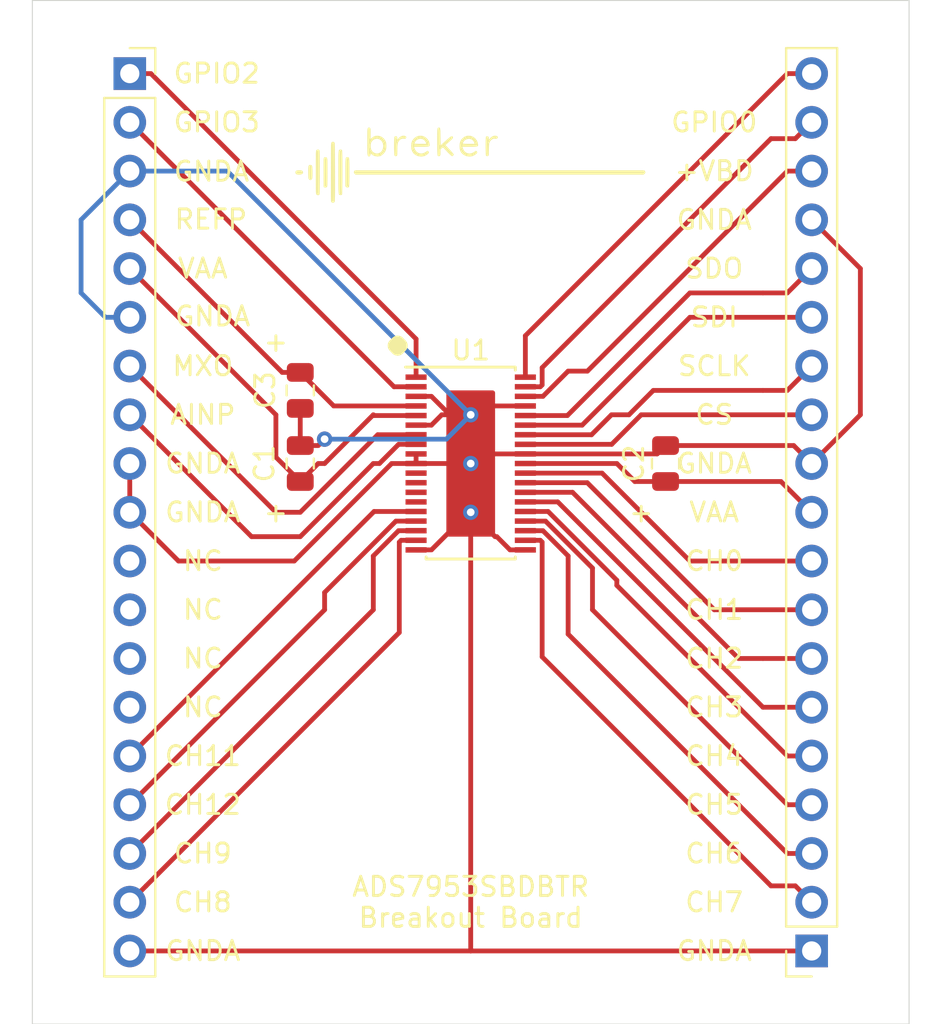
<source format=kicad_pcb>
(kicad_pcb (version 20171130) (host pcbnew "(5.1.5)-3")

  (general
    (thickness 1.6)
    (drawings 46)
    (tracks 175)
    (zones 0)
    (modules 7)
    (nets 35)
  )

  (page A4)
  (layers
    (0 F.Cu signal)
    (31 B.Cu signal)
    (32 B.Adhes user)
    (33 F.Adhes user)
    (34 B.Paste user)
    (35 F.Paste user)
    (36 B.SilkS user)
    (37 F.SilkS user)
    (38 B.Mask user)
    (39 F.Mask user)
    (40 Dwgs.User user)
    (41 Cmts.User user)
    (42 Eco1.User user)
    (43 Eco2.User user)
    (44 Edge.Cuts user)
    (45 Margin user)
    (46 B.CrtYd user)
    (47 F.CrtYd user)
    (48 B.Fab user)
    (49 F.Fab user)
  )

  (setup
    (last_trace_width 0.25)
    (trace_clearance 0.2)
    (zone_clearance 0.508)
    (zone_45_only no)
    (trace_min 0.2)
    (via_size 0.8)
    (via_drill 0.4)
    (via_min_size 0.4)
    (via_min_drill 0.3)
    (uvia_size 0.3)
    (uvia_drill 0.1)
    (uvias_allowed no)
    (uvia_min_size 0.2)
    (uvia_min_drill 0.1)
    (edge_width 0.05)
    (segment_width 0.2)
    (pcb_text_width 0.3)
    (pcb_text_size 1.5 1.5)
    (mod_edge_width 0.12)
    (mod_text_size 1 1)
    (mod_text_width 0.15)
    (pad_size 1.524 1.524)
    (pad_drill 0.762)
    (pad_to_mask_clearance 0.051)
    (solder_mask_min_width 0.25)
    (aux_axis_origin 0 0)
    (visible_elements 7FFFFFFF)
    (pcbplotparams
      (layerselection 0x010fc_ffffffff)
      (usegerberextensions false)
      (usegerberattributes false)
      (usegerberadvancedattributes false)
      (creategerberjobfile false)
      (excludeedgelayer true)
      (linewidth 0.100000)
      (plotframeref false)
      (viasonmask false)
      (mode 1)
      (useauxorigin false)
      (hpglpennumber 1)
      (hpglpenspeed 20)
      (hpglpendiameter 15.000000)
      (psnegative false)
      (psa4output false)
      (plotreference true)
      (plotvalue true)
      (plotinvisibletext false)
      (padsonsilk false)
      (subtractmaskfromsilk false)
      (outputformat 1)
      (mirror false)
      (drillshape 0)
      (scaleselection 1)
      (outputdirectory "gerbers/"))
  )

  (net 0 "")
  (net 1 GNDA)
  (net 2 VAA)
  (net 3 REFP)
  (net 4 CH8)
  (net 5 CH9)
  (net 6 CH10)
  (net 7 CH11)
  (net 8 "Net-(J1-Pad14)")
  (net 9 "Net-(J1-Pad13)")
  (net 10 "Net-(J1-Pad12)")
  (net 11 "Net-(J1-Pad11)")
  (net 12 AINP)
  (net 13 MXO)
  (net 14 GPIO3)
  (net 15 GPIO2)
  (net 16 GPIO1)
  (net 17 +VBD)
  (net 18 SDO)
  (net 19 SDI)
  (net 20 SCLK)
  (net 21 CS)
  (net 22 CH0)
  (net 23 CH1)
  (net 24 CH2)
  (net 25 CH3)
  (net 26 CH4)
  (net 27 CH5)
  (net 28 CH6)
  (net 29 CH7)
  (net 30 GPIO0)
  (net 31 "Net-(U1-Pad14)")
  (net 32 "Net-(U1-Pad13)")
  (net 33 "Net-(U1-Pad12)")
  (net 34 "Net-(U1-Pad11)")

  (net_class Default "This is the default net class."
    (clearance 0.2)
    (trace_width 0.25)
    (via_dia 0.8)
    (via_drill 0.4)
    (uvia_dia 0.3)
    (uvia_drill 0.1)
    (add_net +VBD)
    (add_net AINP)
    (add_net CH0)
    (add_net CH1)
    (add_net CH10)
    (add_net CH11)
    (add_net CH2)
    (add_net CH3)
    (add_net CH4)
    (add_net CH5)
    (add_net CH6)
    (add_net CH7)
    (add_net CH8)
    (add_net CH9)
    (add_net CS)
    (add_net GNDA)
    (add_net GPIO0)
    (add_net GPIO1)
    (add_net GPIO2)
    (add_net GPIO3)
    (add_net MXO)
    (add_net "Net-(J1-Pad11)")
    (add_net "Net-(J1-Pad12)")
    (add_net "Net-(J1-Pad13)")
    (add_net "Net-(J1-Pad14)")
    (add_net "Net-(U1-Pad11)")
    (add_net "Net-(U1-Pad12)")
    (add_net "Net-(U1-Pad13)")
    (add_net "Net-(U1-Pad14)")
    (add_net REFP)
    (add_net SCLK)
    (add_net SDI)
    (add_net SDO)
    (add_net VAA)
  )

  (module logo:logo (layer F.Cu) (tedit 0) (tstamp 603EC5E7)
    (at 160.02 82.55)
    (fp_text reference G*** (at 0 0) (layer F.SilkS) hide
      (effects (font (size 1.524 1.524) (thickness 0.3)))
    )
    (fp_text value LOGO (at 0.75 0) (layer F.SilkS) hide
      (effects (font (size 1.524 1.524) (thickness 0.3)))
    )
    (fp_poly (pts (xy 1.337674 -1.830842) (xy 1.392725 -1.800897) (xy 1.412069 -1.765896) (xy 1.396061 -1.724793)
      (xy 1.380003 -1.706575) (xy 1.350163 -1.684206) (xy 1.315637 -1.681333) (xy 1.27921 -1.689563)
      (xy 1.202104 -1.693207) (xy 1.125344 -1.665737) (xy 1.055152 -1.611846) (xy 0.997754 -1.536227)
      (xy 0.961077 -1.449704) (xy 0.954897 -1.410198) (xy 0.949662 -1.34249) (xy 0.945786 -1.25466)
      (xy 0.943685 -1.154789) (xy 0.943428 -1.105927) (xy 0.942211 -0.980965) (xy 0.938464 -0.890201)
      (xy 0.932042 -0.831626) (xy 0.922803 -0.803233) (xy 0.921657 -0.801915) (xy 0.88081 -0.782013)
      (xy 0.834733 -0.786163) (xy 0.800489 -0.812511) (xy 0.798924 -0.815236) (xy 0.792872 -0.845047)
      (xy 0.787854 -0.907969) (xy 0.783992 -1.000842) (xy 0.781404 -1.120503) (xy 0.780211 -1.263791)
      (xy 0.780143 -1.310536) (xy 0.78038 -1.458785) (xy 0.781519 -1.574714) (xy 0.784202 -1.662287)
      (xy 0.789073 -1.725468) (xy 0.796773 -1.768221) (xy 0.807946 -1.794512) (xy 0.823233 -1.808303)
      (xy 0.843277 -1.813559) (xy 0.861785 -1.814286) (xy 0.90735 -1.802771) (xy 0.933865 -1.765723)
      (xy 0.943781 -1.699381) (xy 0.94398 -1.688193) (xy 0.945499 -1.640494) (xy 0.950524 -1.624539)
      (xy 0.96106 -1.635817) (xy 0.964551 -1.641929) (xy 1.023842 -1.722538) (xy 1.099243 -1.785459)
      (xy 1.182914 -1.826724) (xy 1.267016 -1.842363) (xy 1.337674 -1.830842)) (layer F.SilkS) (width 0.01))
    (fp_poly (pts (xy -1.632571 -2.260219) (xy -1.614714 -2.250124) (xy -1.605934 -2.239252) (xy -1.598872 -2.216234)
      (xy -1.593212 -2.177011) (xy -1.588638 -2.117524) (xy -1.584832 -2.033716) (xy -1.581478 -1.921527)
      (xy -1.578429 -1.785334) (xy -1.569357 -1.337721) (xy -1.301331 -1.577168) (xy -1.206262 -1.661361)
      (xy -1.133652 -1.723596) (xy -1.07954 -1.766788) (xy -1.039968 -1.793853) (xy -1.010975 -1.807706)
      (xy -0.988601 -1.811263) (xy -0.983831 -1.810915) (xy -0.944924 -1.79754) (xy -0.92952 -1.762641)
      (xy -0.928788 -1.757096) (xy -0.930058 -1.734928) (xy -0.941621 -1.710005) (xy -0.967365 -1.677845)
      (xy -1.011178 -1.633963) (xy -1.076948 -1.573878) (xy -1.123342 -1.532782) (xy -1.323465 -1.356586)
      (xy -1.106233 -1.123603) (xy -1.035566 -1.046352) (xy -0.974509 -0.976818) (xy -0.927096 -0.919823)
      (xy -0.897362 -0.880192) (xy -0.889 -0.863892) (xy -0.904129 -0.825091) (xy -0.939479 -0.792258)
      (xy -0.976475 -0.779769) (xy -0.998369 -0.792283) (xy -1.040182 -0.827222) (xy -1.097274 -0.8803)
      (xy -1.165003 -0.94723) (xy -1.226482 -1.010764) (xy -1.446036 -1.242135) (xy -1.512232 -1.191644)
      (xy -1.578429 -1.141154) (xy -1.578429 -0.98242) (xy -1.580746 -0.892502) (xy -1.589217 -0.833011)
      (xy -1.606123 -0.798296) (xy -1.633745 -0.782705) (xy -1.660072 -0.780143) (xy -1.701706 -0.789968)
      (xy -1.719943 -0.801915) (xy -1.72589 -0.817973) (xy -1.730768 -0.854744) (xy -1.734649 -0.914635)
      (xy -1.737605 -1.000056) (xy -1.739709 -1.113415) (xy -1.741033 -1.257122) (xy -1.741649 -1.433587)
      (xy -1.741714 -1.52699) (xy -1.74165 -1.705332) (xy -1.741343 -1.850841) (xy -1.740627 -1.966967)
      (xy -1.739333 -2.057163) (xy -1.737295 -2.124881) (xy -1.734344 -2.173573) (xy -1.730312 -2.20669)
      (xy -1.725032 -2.227685) (xy -1.718336 -2.240008) (xy -1.710056 -2.247113) (xy -1.706622 -2.249076)
      (xy -1.665327 -2.265793) (xy -1.632571 -2.260219)) (layer F.SilkS) (width 0.01))
    (fp_poly (pts (xy -3.433897 -1.830842) (xy -3.378846 -1.800897) (xy -3.359502 -1.765896) (xy -3.375511 -1.724793)
      (xy -3.391568 -1.706575) (xy -3.421408 -1.684206) (xy -3.455934 -1.681333) (xy -3.492361 -1.689563)
      (xy -3.569467 -1.693207) (xy -3.646228 -1.665737) (xy -3.716419 -1.611846) (xy -3.773818 -1.536227)
      (xy -3.810495 -1.449704) (xy -3.816674 -1.410198) (xy -3.821909 -1.34249) (xy -3.825785 -1.25466)
      (xy -3.827886 -1.154789) (xy -3.828143 -1.105927) (xy -3.82936 -0.980965) (xy -3.833108 -0.890201)
      (xy -3.839529 -0.831626) (xy -3.848769 -0.803233) (xy -3.849914 -0.801915) (xy -3.890761 -0.782013)
      (xy -3.936839 -0.786163) (xy -3.971082 -0.812511) (xy -3.972648 -0.815236) (xy -3.9787 -0.845047)
      (xy -3.983717 -0.907969) (xy -3.987579 -1.000842) (xy -3.990167 -1.120503) (xy -3.991361 -1.263791)
      (xy -3.991429 -1.310536) (xy -3.991192 -1.458785) (xy -3.990053 -1.574714) (xy -3.987369 -1.662287)
      (xy -3.982499 -1.725468) (xy -3.974798 -1.768221) (xy -3.963626 -1.794512) (xy -3.948339 -1.808303)
      (xy -3.928295 -1.813559) (xy -3.909786 -1.814286) (xy -3.864221 -1.802771) (xy -3.837706 -1.765723)
      (xy -3.82779 -1.699381) (xy -3.827591 -1.688193) (xy -3.826072 -1.640494) (xy -3.821047 -1.624539)
      (xy -3.810511 -1.635817) (xy -3.80702 -1.641929) (xy -3.747729 -1.722538) (xy -3.672329 -1.785459)
      (xy -3.588657 -1.826724) (xy -3.504556 -1.842363) (xy -3.433897 -1.830842)) (layer F.SilkS) (width 0.01))
    (fp_poly (pts (xy 0.02793 -1.822535) (xy 0.141185 -1.772783) (xy 0.240787 -1.689416) (xy 0.245538 -1.684222)
      (xy 0.310529 -1.59897) (xy 0.350812 -1.509257) (xy 0.371824 -1.413526) (xy 0.377485 -1.369151)
      (xy 0.376899 -1.335017) (xy 0.366062 -1.309781) (xy 0.34097 -1.292098) (xy 0.297619 -1.280626)
      (xy 0.232005 -1.274023) (xy 0.140125 -1.270945) (xy 0.017975 -1.270049) (xy -0.05607 -1.27)
      (xy -0.43612 -1.27) (xy -0.424436 -1.220107) (xy -0.383511 -1.1104) (xy -0.319083 -1.019974)
      (xy -0.236173 -0.954589) (xy -0.168318 -0.926377) (xy -0.073629 -0.909575) (xy 0.013922 -0.916851)
      (xy 0.103765 -0.950252) (xy 0.196011 -1.005449) (xy 0.274093 -1.058399) (xy 0.311225 -1.021267)
      (xy 0.335987 -0.988354) (xy 0.33359 -0.957647) (xy 0.32812 -0.946324) (xy 0.295746 -0.908161)
      (xy 0.241021 -0.864085) (xy 0.175192 -0.82189) (xy 0.109504 -0.789372) (xy 0.092542 -0.783021)
      (xy 0.015916 -0.767602) (xy -0.077555 -0.763724) (xy -0.170388 -0.771174) (xy -0.237993 -0.787048)
      (xy -0.362971 -0.846174) (xy -0.458587 -0.924555) (xy -0.525787 -1.023753) (xy -0.565512 -1.14533)
      (xy -0.578708 -1.290849) (xy -0.577191 -1.34853) (xy -0.565788 -1.437822) (xy -0.416987 -1.437822)
      (xy -0.408208 -1.429109) (xy -0.379074 -1.422764) (xy -0.325786 -1.418511) (xy -0.244542 -1.41607)
      (xy -0.131543 -1.415164) (xy -0.106589 -1.415143) (xy 0.204107 -1.415143) (xy 0.192445 -1.473451)
      (xy 0.163364 -1.541019) (xy 0.109153 -1.605135) (xy 0.040073 -1.654344) (xy 0.023261 -1.662306)
      (xy -0.071349 -1.684882) (xy -0.169116 -1.67764) (xy -0.260774 -1.643577) (xy -0.33706 -1.585693)
      (xy -0.376091 -1.533072) (xy -0.400743 -1.484449) (xy -0.415323 -1.446907) (xy -0.416987 -1.437822)
      (xy -0.565788 -1.437822) (xy -0.561111 -1.474435) (xy -0.524804 -1.577042) (xy -0.464025 -1.66563)
      (xy -0.405692 -1.723353) (xy -0.311247 -1.790604) (xy -0.211057 -1.827535) (xy -0.098934 -1.838651)
      (xy 0.02793 -1.822535)) (layer F.SilkS) (width 0.01))
    (fp_poly (pts (xy -2.493927 -1.822535) (xy -2.380672 -1.772783) (xy -2.28107 -1.689416) (xy -2.276319 -1.684222)
      (xy -2.211328 -1.59897) (xy -2.171045 -1.509257) (xy -2.150033 -1.413526) (xy -2.144372 -1.369151)
      (xy -2.144958 -1.335017) (xy -2.155795 -1.309781) (xy -2.180888 -1.292098) (xy -2.224239 -1.280626)
      (xy -2.289852 -1.274023) (xy -2.381732 -1.270945) (xy -2.503882 -1.270049) (xy -2.577928 -1.27)
      (xy -2.957977 -1.27) (xy -2.946293 -1.220107) (xy -2.905368 -1.1104) (xy -2.84094 -1.019974)
      (xy -2.75803 -0.954589) (xy -2.690175 -0.926377) (xy -2.595486 -0.909575) (xy -2.507935 -0.916851)
      (xy -2.418093 -0.950252) (xy -2.325846 -1.005449) (xy -2.247764 -1.058399) (xy -2.210632 -1.021267)
      (xy -2.18587 -0.988354) (xy -2.188267 -0.957647) (xy -2.193737 -0.946324) (xy -2.226111 -0.908161)
      (xy -2.280836 -0.864085) (xy -2.346665 -0.82189) (xy -2.412354 -0.789372) (xy -2.429315 -0.783021)
      (xy -2.505941 -0.767602) (xy -2.599412 -0.763724) (xy -2.692245 -0.771174) (xy -2.75985 -0.787048)
      (xy -2.884828 -0.846174) (xy -2.980445 -0.924555) (xy -3.047644 -1.023753) (xy -3.087369 -1.14533)
      (xy -3.100565 -1.290849) (xy -3.099048 -1.34853) (xy -3.087645 -1.437822) (xy -2.938845 -1.437822)
      (xy -2.930065 -1.429109) (xy -2.900932 -1.422764) (xy -2.847643 -1.418511) (xy -2.766399 -1.41607)
      (xy -2.6534 -1.415164) (xy -2.628447 -1.415143) (xy -2.31775 -1.415143) (xy -2.329412 -1.473451)
      (xy -2.358493 -1.541019) (xy -2.412704 -1.605135) (xy -2.481785 -1.654344) (xy -2.498596 -1.662306)
      (xy -2.593206 -1.684882) (xy -2.690973 -1.67764) (xy -2.782631 -1.643577) (xy -2.858917 -1.585693)
      (xy -2.897949 -1.533072) (xy -2.922601 -1.484449) (xy -2.93718 -1.446907) (xy -2.938845 -1.437822)
      (xy -3.087645 -1.437822) (xy -3.082968 -1.474435) (xy -3.046662 -1.577042) (xy -2.985883 -1.66563)
      (xy -2.927549 -1.723353) (xy -2.833104 -1.790604) (xy -2.732914 -1.827535) (xy -2.620791 -1.838651)
      (xy -2.493927 -1.822535)) (layer F.SilkS) (width 0.01))
    (fp_poly (pts (xy -5.288122 -2.261966) (xy -5.260236 -2.249076) (xy -5.246923 -2.239418) (xy -5.237466 -2.22324)
      (xy -5.231214 -2.194912) (xy -5.227514 -2.148806) (xy -5.225714 -2.079296) (xy -5.225163 -1.980752)
      (xy -5.225143 -1.94616) (xy -5.225143 -1.662025) (xy -5.166179 -1.717981) (xy -5.078959 -1.786521)
      (xy -4.988971 -1.824831) (xy -4.884164 -1.837759) (xy -4.868204 -1.837824) (xy -4.739866 -1.820318)
      (xy -4.627301 -1.770492) (xy -4.532053 -1.689403) (xy -4.455664 -1.578109) (xy -4.438493 -1.543065)
      (xy -4.410658 -1.449958) (xy -4.399083 -1.338001) (xy -4.403621 -1.22071) (xy -4.424126 -1.111599)
      (xy -4.443763 -1.056288) (xy -4.490636 -0.976963) (xy -4.556156 -0.900147) (xy -4.630765 -0.834973)
      (xy -4.704908 -0.79057) (xy -4.732213 -0.780693) (xy -4.854877 -0.763678) (xy -4.976782 -0.778036)
      (xy -5.089288 -0.821744) (xy -5.17525 -0.884393) (xy -5.225143 -0.932075) (xy -5.225143 -0.875548)
      (xy -5.236597 -0.820803) (xy -5.265587 -0.779155) (xy -5.304059 -0.762016) (xy -5.30527 -0.762)
      (xy -5.33443 -0.774371) (xy -5.358403 -0.795179) (xy -5.366147 -0.806759) (xy -5.37245 -0.825019)
      (xy -5.377457 -0.85346) (xy -5.381313 -0.895584) (xy -5.384162 -0.954891) (xy -5.386151 -1.034882)
      (xy -5.387425 -1.139059) (xy -5.388127 -1.270923) (xy -5.388255 -1.346746) (xy -5.220633 -1.346746)
      (xy -5.217117 -1.213595) (xy -5.185749 -1.103583) (xy -5.126383 -1.016421) (xy -5.038872 -0.951817)
      (xy -5.017251 -0.941246) (xy -4.928271 -0.91234) (xy -4.845833 -0.913303) (xy -4.776189 -0.935049)
      (xy -4.699204 -0.976226) (xy -4.643797 -1.030974) (xy -4.604806 -1.095422) (xy -4.566982 -1.203676)
      (xy -4.557019 -1.318265) (xy -4.574065 -1.429818) (xy -4.617267 -1.528964) (xy -4.648028 -1.570522)
      (xy -4.720899 -1.638293) (xy -4.797845 -1.675506) (xy -4.889608 -1.687272) (xy -4.893418 -1.687286)
      (xy -4.998982 -1.671053) (xy -5.08888 -1.622163) (xy -5.159415 -1.546409) (xy -5.19083 -1.493956)
      (xy -5.20929 -1.437835) (xy -5.219369 -1.363127) (xy -5.220633 -1.346746) (xy -5.388255 -1.346746)
      (xy -5.388404 -1.433975) (xy -5.388429 -1.519597) (xy -5.388279 -1.698719) (xy -5.38774 -1.844991)
      (xy -5.386676 -1.961844) (xy -5.384949 -2.052714) (xy -5.382425 -2.121034) (xy -5.378968 -2.170237)
      (xy -5.37444 -2.203758) (xy -5.368707 -2.225029) (xy -5.361632 -2.237485) (xy -5.359919 -2.239347)
      (xy -5.325043 -2.264267) (xy -5.288122 -2.261966)) (layer F.SilkS) (width 0.01))
    (fp_poly (pts (xy 9.079471 0.004037) (xy 9.103914 0.051182) (xy 9.099416 0.090992) (xy 9.064493 0.13558)
      (xy 9.063182 0.136896) (xy 9.018649 0.181428) (xy -6.006935 0.181428) (xy -6.051468 0.136896)
      (xy -6.087193 0.092026) (xy -6.092453 0.052244) (xy -6.068735 0.005439) (xy -6.067757 0.004037)
      (xy -6.039514 -0.036286) (xy 9.051228 -0.036286) (xy 9.079471 0.004037)) (layer F.SilkS) (width 0.01))
    (fp_poly (pts (xy -8.86728 -0.035092) (xy -8.822045 -0.030011) (xy -8.794515 -0.018798) (xy -8.77542 0.000795)
      (xy -8.7731 0.004037) (xy -8.748719 0.061034) (xy -8.757253 0.110327) (xy -8.795611 0.148703)
      (xy -8.860702 0.172947) (xy -8.94234 0.179996) (xy -9.003782 0.177535) (xy -9.052719 0.172742)
      (xy -9.071429 0.168838) (xy -9.117326 0.136377) (xy -9.140192 0.087525) (xy -9.137276 0.034499)
      (xy -9.110822 -0.00626) (xy -9.080302 -0.023348) (xy -9.030645 -0.032881) (xy -8.95402 -0.036232)
      (xy -8.939493 -0.036286) (xy -8.86728 -0.035092)) (layer F.SilkS) (width 0.01))
    (fp_poly (pts (xy -8.328201 -0.314399) (xy -8.301264 -0.302176) (xy -8.281847 -0.276454) (xy -8.268745 -0.232858)
      (xy -8.260759 -0.167009) (xy -8.256685 -0.074531) (xy -8.255321 0.048952) (xy -8.255268 0.077932)
      (xy -8.255342 0.189739) (xy -8.256287 0.27114) (xy -8.258849 0.328013) (xy -8.263772 0.366238)
      (xy -8.271802 0.391693) (xy -8.283683 0.410257) (xy -8.299533 0.427182) (xy -8.339006 0.461467)
      (xy -8.369836 0.468318) (xy -8.405768 0.448853) (xy -8.420812 0.437069) (xy -8.43632 0.423171)
      (xy -8.447655 0.406616) (xy -8.455583 0.381801) (xy -8.460868 0.343121) (xy -8.464278 0.284972)
      (xy -8.466576 0.20175) (xy -8.468531 0.08785) (xy -8.468531 0.087819) (xy -8.46978 -0.044101)
      (xy -8.468142 -0.144113) (xy -8.462496 -0.216549) (xy -8.451725 -0.265742) (xy -8.434709 -0.296027)
      (xy -8.410328 -0.311737) (xy -8.377464 -0.317204) (xy -8.363857 -0.3175) (xy -8.328201 -0.314399)) (layer F.SilkS) (width 0.01))
    (fp_poly (pts (xy -6.392385 -0.718185) (xy -6.360368 -0.697204) (xy -6.353217 -0.686525) (xy -6.34735 -0.667946)
      (xy -6.342644 -0.638153) (xy -6.338975 -0.593837) (xy -6.336221 -0.531683) (xy -6.334259 -0.44838)
      (xy -6.332967 -0.340615) (xy -6.332221 -0.205077) (xy -6.331899 -0.038454) (xy -6.331857 0.071646)
      (xy -6.332108 0.265224) (xy -6.332913 0.425192) (xy -6.334352 0.554225) (xy -6.336505 0.654996)
      (xy -6.339452 0.730178) (xy -6.343274 0.782444) (xy -6.34805 0.814468) (xy -6.35386 0.828924)
      (xy -6.354536 0.829533) (xy -6.407921 0.856795) (xy -6.457847 0.849582) (xy -6.484914 0.832241)
      (xy -6.531429 0.795652) (xy -6.531429 0.064995) (xy -6.531345 -0.117597) (xy -6.530992 -0.267331)
      (xy -6.530223 -0.387632) (xy -6.528886 -0.481927) (xy -6.526833 -0.553644) (xy -6.523914 -0.606207)
      (xy -6.519979 -0.643045) (xy -6.51488 -0.667584) (xy -6.508467 -0.68325) (xy -6.50059 -0.69347)
      (xy -6.49825 -0.695688) (xy -6.446405 -0.722464) (xy -6.392385 -0.718185)) (layer F.SilkS) (width 0.01))
    (fp_poly (pts (xy -7.543967 -0.718594) (xy -7.504884 -0.692536) (xy -7.497306 -0.681212) (xy -7.49111 -0.663334)
      (xy -7.486161 -0.635488) (xy -7.482325 -0.594257) (xy -7.479467 -0.536228) (xy -7.477454 -0.457985)
      (xy -7.476152 -0.356113) (xy -7.475426 -0.227198) (xy -7.475142 -0.067824) (xy -7.475135 0.064928)
      (xy -7.47552 0.224) (xy -7.476501 0.371977) (xy -7.478005 0.504874) (xy -7.479958 0.618704)
      (xy -7.48229 0.709479) (xy -7.484925 0.773214) (xy -7.487792 0.80592) (xy -7.488742 0.809177)
      (xy -7.53285 0.846863) (xy -7.588356 0.856099) (xy -7.621149 0.846473) (xy -7.665357 0.824437)
      (xy -7.670093 0.078071) (xy -7.671149 -0.108189) (xy -7.671662 -0.261483) (xy -7.671528 -0.385127)
      (xy -7.670646 -0.482438) (xy -7.668913 -0.556732) (xy -7.666226 -0.611327) (xy -7.662482 -0.649538)
      (xy -7.65758 -0.674682) (xy -7.651416 -0.690076) (xy -7.646119 -0.697004) (xy -7.597875 -0.722578)
      (xy -7.543967 -0.718594)) (layer F.SilkS) (width 0.01))
    (fp_poly (pts (xy -6.755243 -1.117328) (xy -6.723225 -1.096347) (xy -6.717341 -1.08739) (xy -6.712315 -1.07141)
      (xy -6.70808 -1.045744) (xy -6.704571 -1.007727) (xy -6.701721 -0.954697) (xy -6.699465 -0.883988)
      (xy -6.697738 -0.792937) (xy -6.696472 -0.678881) (xy -6.695603 -0.539154) (xy -6.695064 -0.371094)
      (xy -6.69479 -0.172036) (xy -6.694715 0.056917) (xy -6.695025 0.323) (xy -6.695955 0.55522)
      (xy -6.697496 0.753224) (xy -6.699645 0.916661) (xy -6.702394 1.045176) (xy -6.705739 1.138417)
      (xy -6.709673 1.196031) (xy -6.713496 1.216764) (xy -6.746301 1.244407) (xy -6.794185 1.250902)
      (xy -6.842606 1.236065) (xy -6.86426 1.218678) (xy -6.870435 1.209362) (xy -6.875709 1.194304)
      (xy -6.880151 1.170802) (xy -6.883832 1.136153) (xy -6.886822 1.087653) (xy -6.88919 1.022599)
      (xy -6.891008 0.938288) (xy -6.892344 0.832016) (xy -6.89327 0.70108) (xy -6.893854 0.542777)
      (xy -6.894168 0.354404) (xy -6.894281 0.133257) (xy -6.894286 0.060347) (xy -6.894242 -0.169991)
      (xy -6.894058 -0.366768) (xy -6.893656 -0.532709) (xy -6.892957 -0.670537) (xy -6.891883 -0.782976)
      (xy -6.890357 -0.872752) (xy -6.888299 -0.942589) (xy -6.885632 -0.995211) (xy -6.882276 -1.033342)
      (xy -6.878155 -1.059708) (xy -6.87319 -1.077031) (xy -6.867302 -1.088037) (xy -6.861107 -1.094831)
      (xy -6.809262 -1.121607) (xy -6.755243 -1.117328)) (layer F.SilkS) (width 0.01))
    (fp_poly (pts (xy -7.934528 -1.117328) (xy -7.90251 -1.096347) (xy -7.896659 -1.087432) (xy -7.891655 -1.071516)
      (xy -7.887435 -1.04595) (xy -7.883932 -1.008088) (xy -7.881083 -0.95528) (xy -7.878823 -0.88488)
      (xy -7.877086 -0.79424) (xy -7.875809 -0.680712) (xy -7.874927 -0.541648) (xy -7.874374 -0.3744)
      (xy -7.874087 -0.176322) (xy -7.874 0.055236) (xy -7.874 0.070239) (xy -7.874173 0.316498)
      (xy -7.874715 0.528477) (xy -7.875665 0.708182) (xy -7.877061 0.857616) (xy -7.878939 0.978784)
      (xy -7.881339 1.073691) (xy -7.884296 1.144341) (xy -7.887849 1.192738) (xy -7.892035 1.220888)
      (xy -7.895772 1.230085) (xy -7.937487 1.249427) (xy -7.990159 1.247476) (xy -8.036386 1.225575)
      (xy -8.043545 1.218678) (xy -8.049721 1.209362) (xy -8.054994 1.194304) (xy -8.059437 1.170802)
      (xy -8.063118 1.136153) (xy -8.066107 1.087653) (xy -8.068476 1.022599) (xy -8.070293 0.938288)
      (xy -8.07163 0.832016) (xy -8.072555 0.70108) (xy -8.07314 0.542777) (xy -8.073453 0.354404)
      (xy -8.073566 0.133257) (xy -8.073572 0.060347) (xy -8.073528 -0.169991) (xy -8.073344 -0.366768)
      (xy -8.072941 -0.532709) (xy -8.072243 -0.670537) (xy -8.071169 -0.782976) (xy -8.069643 -0.872752)
      (xy -8.067585 -0.942589) (xy -8.064917 -0.995211) (xy -8.061562 -1.033342) (xy -8.057441 -1.059708)
      (xy -8.052475 -1.077031) (xy -8.046587 -1.088037) (xy -8.040393 -1.094831) (xy -7.988547 -1.121607)
      (xy -7.934528 -1.117328)) (layer F.SilkS) (width 0.01))
    (fp_poly (pts (xy -7.147127 -1.513738) (xy -7.120004 -1.498252) (xy -7.113729 -1.492792) (xy -7.108237 -1.484631)
      (xy -7.103467 -1.471438) (xy -7.09936 -1.450879) (xy -7.095854 -1.42062) (xy -7.092891 -1.378329)
      (xy -7.090409 -1.321673) (xy -7.088349 -1.248318) (xy -7.08665 -1.155932) (xy -7.085252 -1.042181)
      (xy -7.084096 -0.904732) (xy -7.08312 -0.741253) (xy -7.082265 -0.549409) (xy -7.081471 -0.326868)
      (xy -7.080677 -0.071297) (xy -7.08035 0.039355) (xy -7.079631 0.321008) (xy -7.079249 0.568378)
      (xy -7.079228 0.783469) (xy -7.07959 0.968283) (xy -7.080361 1.124822) (xy -7.081564 1.255089)
      (xy -7.083223 1.361086) (xy -7.085361 1.444815) (xy -7.088003 1.508279) (xy -7.091173 1.55348)
      (xy -7.094893 1.582421) (xy -7.098906 1.596571) (xy -7.135722 1.635859) (xy -7.185334 1.650007)
      (xy -7.234846 1.63802) (xy -7.265405 1.609424) (xy -7.270529 1.598776) (xy -7.274986 1.581987)
      (xy -7.278812 1.556747) (xy -7.28204 1.520746) (xy -7.284707 1.471672) (xy -7.286848 1.407218)
      (xy -7.288498 1.325071) (xy -7.289691 1.222922) (xy -7.290464 1.098461) (xy -7.290851 0.949378)
      (xy -7.290887 0.773363) (xy -7.290608 0.568104) (xy -7.290049 0.331293) (xy -7.289245 0.060618)
      (xy -7.2892 0.046606) (xy -7.288319 -0.223352) (xy -7.287471 -0.459353) (xy -7.286595 -0.663722)
      (xy -7.28563 -0.838788) (xy -7.284517 -0.986877) (xy -7.283195 -1.110318) (xy -7.281604 -1.211437)
      (xy -7.279683 -1.292561) (xy -7.277372 -1.356019) (xy -7.27461 -1.404136) (xy -7.271338 -1.439242)
      (xy -7.267495 -1.463662) (xy -7.263021 -1.479725) (xy -7.257854 -1.489757) (xy -7.251936 -1.496086)
      (xy -7.24914 -1.498252) (xy -7.209354 -1.518788) (xy -7.184572 -1.524) (xy -7.147127 -1.513738)) (layer F.SilkS) (width 0.01))
  )

  (module Package_SO:TSSOP-38_4.4x9.7mm_P0.5mm (layer F.Cu) (tedit 5A02F25C) (tstamp 603A2CE8)
    (at 160.02 97.79)
    (descr "TSSOP38: plastic thin shrink small outline package; 38 leads; body width 4.4 mm (see NXP SSOP-TSSOP-VSO-REFLOW.pdf and sot510-1_po.pdf)")
    (tags "SSOP 0.5")
    (path /603A6FB5)
    (attr smd)
    (fp_text reference U1 (at 0 -5.9) (layer F.SilkS)
      (effects (font (size 1 1) (thickness 0.15)))
    )
    (fp_text value ADS7953SBDBTR (at 0 5.9) (layer F.Fab)
      (effects (font (size 1 1) (thickness 0.15)))
    )
    (fp_text user %R (at 0 0) (layer F.Fab)
      (effects (font (size 0.8 0.8) (thickness 0.15)))
    )
    (fp_line (start -2.325 4.975) (end 2.325 4.975) (layer F.SilkS) (width 0.15))
    (fp_line (start -3.4 -5.025) (end 2.325 -5.025) (layer F.SilkS) (width 0.15))
    (fp_line (start -2.325 4.975) (end -2.325 4.8675) (layer F.SilkS) (width 0.15))
    (fp_line (start 2.325 4.975) (end 2.325 4.8675) (layer F.SilkS) (width 0.15))
    (fp_line (start 2.325 -4.975) (end 2.325 -4.8675) (layer F.SilkS) (width 0.15))
    (fp_line (start -3.65 5.15) (end 3.65 5.15) (layer F.CrtYd) (width 0.05))
    (fp_line (start -3.65 -5.15) (end 3.65 -5.15) (layer F.CrtYd) (width 0.05))
    (fp_line (start 3.65 -5.15) (end 3.65 5.15) (layer F.CrtYd) (width 0.05))
    (fp_line (start -3.65 -5.15) (end -3.65 5.15) (layer F.CrtYd) (width 0.05))
    (fp_line (start -2.2 -3.85) (end -1.2 -4.85) (layer F.Fab) (width 0.15))
    (fp_line (start -2.2 4.85) (end -2.2 -3.85) (layer F.Fab) (width 0.15))
    (fp_line (start 2.2 4.85) (end -2.2 4.85) (layer F.Fab) (width 0.15))
    (fp_line (start 2.2 -4.85) (end 2.2 4.85) (layer F.Fab) (width 0.15))
    (fp_line (start -1.2 -4.85) (end 2.2 -4.85) (layer F.Fab) (width 0.15))
    (pad 38 smd rect (at 2.85 -4.5) (size 1.1 0.285) (layers F.Cu F.Paste F.Mask)
      (net 16 GPIO1))
    (pad 37 smd rect (at 2.85 -4) (size 1.1 0.285) (layers F.Cu F.Paste F.Mask)
      (net 30 GPIO0))
    (pad 36 smd rect (at 2.85 -3.5) (size 1.1 0.285) (layers F.Cu F.Paste F.Mask)
      (net 17 +VBD))
    (pad 35 smd rect (at 2.85 -3) (size 1.1 0.285) (layers F.Cu F.Paste F.Mask)
      (net 1 GNDA))
    (pad 34 smd rect (at 2.85 -2.5) (size 1.1 0.285) (layers F.Cu F.Paste F.Mask)
      (net 18 SDO))
    (pad 33 smd rect (at 2.85 -2) (size 1.1 0.285) (layers F.Cu F.Paste F.Mask)
      (net 19 SDI))
    (pad 32 smd rect (at 2.85 -1.5) (size 1.1 0.285) (layers F.Cu F.Paste F.Mask)
      (net 20 SCLK))
    (pad 31 smd rect (at 2.85 -1) (size 1.1 0.285) (layers F.Cu F.Paste F.Mask)
      (net 21 CS))
    (pad 30 smd rect (at 2.85 -0.5) (size 1.1 0.285) (layers F.Cu F.Paste F.Mask)
      (net 1 GNDA))
    (pad 29 smd rect (at 2.85 0) (size 1.1 0.285) (layers F.Cu F.Paste F.Mask)
      (net 2 VAA))
    (pad 28 smd rect (at 2.85 0.5) (size 1.1 0.285) (layers F.Cu F.Paste F.Mask)
      (net 22 CH0))
    (pad 27 smd rect (at 2.85 1) (size 1.1 0.285) (layers F.Cu F.Paste F.Mask)
      (net 23 CH1))
    (pad 26 smd rect (at 2.85 1.5) (size 1.1 0.285) (layers F.Cu F.Paste F.Mask)
      (net 24 CH2))
    (pad 25 smd rect (at 2.85 2) (size 1.1 0.285) (layers F.Cu F.Paste F.Mask)
      (net 25 CH3))
    (pad 24 smd rect (at 2.85 2.5) (size 1.1 0.285) (layers F.Cu F.Paste F.Mask)
      (net 26 CH4))
    (pad 23 smd rect (at 2.85 3) (size 1.1 0.285) (layers F.Cu F.Paste F.Mask)
      (net 27 CH5))
    (pad 22 smd rect (at 2.85 3.5) (size 1.1 0.285) (layers F.Cu F.Paste F.Mask)
      (net 28 CH6))
    (pad 21 smd rect (at 2.85 4) (size 1.1 0.285) (layers F.Cu F.Paste F.Mask)
      (net 29 CH7))
    (pad 20 smd rect (at 2.85 4.5) (size 1.1 0.285) (layers F.Cu F.Paste F.Mask)
      (net 1 GNDA))
    (pad 19 smd rect (at -2.85 4.5) (size 1.1 0.285) (layers F.Cu F.Paste F.Mask)
      (net 1 GNDA))
    (pad 18 smd rect (at -2.85 4) (size 1.1 0.285) (layers F.Cu F.Paste F.Mask)
      (net 4 CH8))
    (pad 17 smd rect (at -2.85 3.5) (size 1.1 0.285) (layers F.Cu F.Paste F.Mask)
      (net 5 CH9))
    (pad 16 smd rect (at -2.85 3) (size 1.1 0.285) (layers F.Cu F.Paste F.Mask)
      (net 6 CH10))
    (pad 15 smd rect (at -2.85 2.5) (size 1.1 0.285) (layers F.Cu F.Paste F.Mask)
      (net 7 CH11))
    (pad 14 smd rect (at -2.85 2) (size 1.1 0.285) (layers F.Cu F.Paste F.Mask)
      (net 31 "Net-(U1-Pad14)"))
    (pad 13 smd rect (at -2.85 1.5) (size 1.1 0.285) (layers F.Cu F.Paste F.Mask)
      (net 32 "Net-(U1-Pad13)"))
    (pad 12 smd rect (at -2.85 1) (size 1.1 0.285) (layers F.Cu F.Paste F.Mask)
      (net 33 "Net-(U1-Pad12)"))
    (pad 11 smd rect (at -2.85 0.5) (size 1.1 0.285) (layers F.Cu F.Paste F.Mask)
      (net 34 "Net-(U1-Pad11)"))
    (pad 10 smd rect (at -2.85 0) (size 1.1 0.285) (layers F.Cu F.Paste F.Mask)
      (net 1 GNDA))
    (pad 9 smd rect (at -2.85 -0.5) (size 1.1 0.285) (layers F.Cu F.Paste F.Mask)
      (net 1 GNDA))
    (pad 8 smd rect (at -2.85 -1) (size 1.1 0.285) (layers F.Cu F.Paste F.Mask)
      (net 12 AINP))
    (pad 7 smd rect (at -2.85 -1.5) (size 1.1 0.285) (layers F.Cu F.Paste F.Mask)
      (net 13 MXO))
    (pad 6 smd rect (at -2.85 -2) (size 1.1 0.285) (layers F.Cu F.Paste F.Mask)
      (net 1 GNDA))
    (pad 5 smd rect (at -2.85 -2.5) (size 1.1 0.285) (layers F.Cu F.Paste F.Mask)
      (net 2 VAA))
    (pad 4 smd rect (at -2.85 -3) (size 1.1 0.285) (layers F.Cu F.Paste F.Mask)
      (net 3 REFP))
    (pad 3 smd rect (at -2.85 -3.5) (size 1.1 0.285) (layers F.Cu F.Paste F.Mask)
      (net 1 GNDA))
    (pad 2 smd rect (at -2.85 -4) (size 1.1 0.285) (layers F.Cu F.Paste F.Mask)
      (net 14 GPIO3))
    (pad 1 smd rect (at -2.85 -4.5) (size 1.1 0.285) (layers F.Cu F.Paste F.Mask)
      (net 15 GPIO2))
    (model ${KISYS3DMOD}/Package_SO.3dshapes/TSSOP-38_4.4x9.7mm_P0.5mm.wrl
      (at (xyz 0 0 0))
      (scale (xyz 1 1 1))
      (rotate (xyz 0 0 0))
    )
  )

  (module Connector_PinSocket_2.54mm:PinSocket_1x19_P2.54mm_Vertical (layer F.Cu) (tedit 5A19A430) (tstamp 603A2CAF)
    (at 177.8 123.19 180)
    (descr "Through hole straight socket strip, 1x19, 2.54mm pitch, single row (from Kicad 4.0.7), script generated")
    (tags "Through hole socket strip THT 1x19 2.54mm single row")
    (path /603BF56D)
    (fp_text reference J2 (at 0 -2.77) (layer F.SilkS) hide
      (effects (font (size 1 1) (thickness 0.15)))
    )
    (fp_text value Conn_01x19_Male (at 0 48.49) (layer F.Fab)
      (effects (font (size 1 1) (thickness 0.15)))
    )
    (fp_text user %R (at 0 22.86 90) (layer F.Fab)
      (effects (font (size 1 1) (thickness 0.15)))
    )
    (fp_line (start -1.8 47.5) (end -1.8 -1.8) (layer F.CrtYd) (width 0.05))
    (fp_line (start 1.75 47.5) (end -1.8 47.5) (layer F.CrtYd) (width 0.05))
    (fp_line (start 1.75 -1.8) (end 1.75 47.5) (layer F.CrtYd) (width 0.05))
    (fp_line (start -1.8 -1.8) (end 1.75 -1.8) (layer F.CrtYd) (width 0.05))
    (fp_line (start 0 -1.33) (end 1.33 -1.33) (layer F.SilkS) (width 0.12))
    (fp_line (start 1.33 -1.33) (end 1.33 0) (layer F.SilkS) (width 0.12))
    (fp_line (start 1.33 1.27) (end 1.33 47.05) (layer F.SilkS) (width 0.12))
    (fp_line (start -1.33 47.05) (end 1.33 47.05) (layer F.SilkS) (width 0.12))
    (fp_line (start -1.33 1.27) (end -1.33 47.05) (layer F.SilkS) (width 0.12))
    (fp_line (start -1.33 1.27) (end 1.33 1.27) (layer F.SilkS) (width 0.12))
    (fp_line (start -1.27 46.99) (end -1.27 -1.27) (layer F.Fab) (width 0.1))
    (fp_line (start 1.27 46.99) (end -1.27 46.99) (layer F.Fab) (width 0.1))
    (fp_line (start 1.27 -0.635) (end 1.27 46.99) (layer F.Fab) (width 0.1))
    (fp_line (start 0.635 -1.27) (end 1.27 -0.635) (layer F.Fab) (width 0.1))
    (fp_line (start -1.27 -1.27) (end 0.635 -1.27) (layer F.Fab) (width 0.1))
    (pad 19 thru_hole oval (at 0 45.72 180) (size 1.7 1.7) (drill 1) (layers *.Cu *.Mask)
      (net 16 GPIO1))
    (pad 18 thru_hole oval (at 0 43.18 180) (size 1.7 1.7) (drill 1) (layers *.Cu *.Mask)
      (net 30 GPIO0))
    (pad 17 thru_hole oval (at 0 40.64 180) (size 1.7 1.7) (drill 1) (layers *.Cu *.Mask)
      (net 17 +VBD))
    (pad 16 thru_hole oval (at 0 38.1 180) (size 1.7 1.7) (drill 1) (layers *.Cu *.Mask)
      (net 1 GNDA))
    (pad 15 thru_hole oval (at 0 35.56 180) (size 1.7 1.7) (drill 1) (layers *.Cu *.Mask)
      (net 18 SDO))
    (pad 14 thru_hole oval (at 0 33.02 180) (size 1.7 1.7) (drill 1) (layers *.Cu *.Mask)
      (net 19 SDI))
    (pad 13 thru_hole oval (at 0 30.48 180) (size 1.7 1.7) (drill 1) (layers *.Cu *.Mask)
      (net 20 SCLK))
    (pad 12 thru_hole oval (at 0 27.94 180) (size 1.7 1.7) (drill 1) (layers *.Cu *.Mask)
      (net 21 CS))
    (pad 11 thru_hole oval (at 0 25.4 180) (size 1.7 1.7) (drill 1) (layers *.Cu *.Mask)
      (net 1 GNDA))
    (pad 10 thru_hole oval (at 0 22.86 180) (size 1.7 1.7) (drill 1) (layers *.Cu *.Mask)
      (net 2 VAA))
    (pad 9 thru_hole oval (at 0 20.32 180) (size 1.7 1.7) (drill 1) (layers *.Cu *.Mask)
      (net 22 CH0))
    (pad 8 thru_hole oval (at 0 17.78 180) (size 1.7 1.7) (drill 1) (layers *.Cu *.Mask)
      (net 23 CH1))
    (pad 7 thru_hole oval (at 0 15.24 180) (size 1.7 1.7) (drill 1) (layers *.Cu *.Mask)
      (net 24 CH2))
    (pad 6 thru_hole oval (at 0 12.7 180) (size 1.7 1.7) (drill 1) (layers *.Cu *.Mask)
      (net 25 CH3))
    (pad 5 thru_hole oval (at 0 10.16 180) (size 1.7 1.7) (drill 1) (layers *.Cu *.Mask)
      (net 26 CH4))
    (pad 4 thru_hole oval (at 0 7.62 180) (size 1.7 1.7) (drill 1) (layers *.Cu *.Mask)
      (net 27 CH5))
    (pad 3 thru_hole oval (at 0 5.08 180) (size 1.7 1.7) (drill 1) (layers *.Cu *.Mask)
      (net 28 CH6))
    (pad 2 thru_hole oval (at 0 2.54 180) (size 1.7 1.7) (drill 1) (layers *.Cu *.Mask)
      (net 29 CH7))
    (pad 1 thru_hole rect (at 0 0 180) (size 1.7 1.7) (drill 1) (layers *.Cu *.Mask)
      (net 1 GNDA))
    (model ${KISYS3DMOD}/Connector_PinSocket_2.54mm.3dshapes/PinSocket_1x19_P2.54mm_Vertical.wrl
      (at (xyz 0 0 0))
      (scale (xyz 1 1 1))
      (rotate (xyz 0 0 0))
    )
  )

  (module Connector_PinSocket_2.54mm:PinSocket_1x19_P2.54mm_Vertical (layer F.Cu) (tedit 5A19A430) (tstamp 603A2C88)
    (at 142.24 77.47)
    (descr "Through hole straight socket strip, 1x19, 2.54mm pitch, single row (from Kicad 4.0.7), script generated")
    (tags "Through hole socket strip THT 1x19 2.54mm single row")
    (path /603B0761)
    (fp_text reference J1 (at 0 -2.77) (layer F.SilkS) hide
      (effects (font (size 1 1) (thickness 0.15)))
    )
    (fp_text value Conn_01x19_Male (at 0 48.49) (layer F.Fab)
      (effects (font (size 1 1) (thickness 0.15)))
    )
    (fp_text user %R (at 0 22.86 90) (layer F.Fab)
      (effects (font (size 1 1) (thickness 0.15)))
    )
    (fp_line (start -1.8 47.5) (end -1.8 -1.8) (layer F.CrtYd) (width 0.05))
    (fp_line (start 1.75 47.5) (end -1.8 47.5) (layer F.CrtYd) (width 0.05))
    (fp_line (start 1.75 -1.8) (end 1.75 47.5) (layer F.CrtYd) (width 0.05))
    (fp_line (start -1.8 -1.8) (end 1.75 -1.8) (layer F.CrtYd) (width 0.05))
    (fp_line (start 0 -1.33) (end 1.33 -1.33) (layer F.SilkS) (width 0.12))
    (fp_line (start 1.33 -1.33) (end 1.33 0) (layer F.SilkS) (width 0.12))
    (fp_line (start 1.33 1.27) (end 1.33 47.05) (layer F.SilkS) (width 0.12))
    (fp_line (start -1.33 47.05) (end 1.33 47.05) (layer F.SilkS) (width 0.12))
    (fp_line (start -1.33 1.27) (end -1.33 47.05) (layer F.SilkS) (width 0.12))
    (fp_line (start -1.33 1.27) (end 1.33 1.27) (layer F.SilkS) (width 0.12))
    (fp_line (start -1.27 46.99) (end -1.27 -1.27) (layer F.Fab) (width 0.1))
    (fp_line (start 1.27 46.99) (end -1.27 46.99) (layer F.Fab) (width 0.1))
    (fp_line (start 1.27 -0.635) (end 1.27 46.99) (layer F.Fab) (width 0.1))
    (fp_line (start 0.635 -1.27) (end 1.27 -0.635) (layer F.Fab) (width 0.1))
    (fp_line (start -1.27 -1.27) (end 0.635 -1.27) (layer F.Fab) (width 0.1))
    (pad 19 thru_hole oval (at 0 45.72) (size 1.7 1.7) (drill 1) (layers *.Cu *.Mask)
      (net 1 GNDA))
    (pad 18 thru_hole oval (at 0 43.18) (size 1.7 1.7) (drill 1) (layers *.Cu *.Mask)
      (net 4 CH8))
    (pad 17 thru_hole oval (at 0 40.64) (size 1.7 1.7) (drill 1) (layers *.Cu *.Mask)
      (net 5 CH9))
    (pad 16 thru_hole oval (at 0 38.1) (size 1.7 1.7) (drill 1) (layers *.Cu *.Mask)
      (net 6 CH10))
    (pad 15 thru_hole oval (at 0 35.56) (size 1.7 1.7) (drill 1) (layers *.Cu *.Mask)
      (net 7 CH11))
    (pad 14 thru_hole oval (at 0 33.02) (size 1.7 1.7) (drill 1) (layers *.Cu *.Mask)
      (net 8 "Net-(J1-Pad14)"))
    (pad 13 thru_hole oval (at 0 30.48) (size 1.7 1.7) (drill 1) (layers *.Cu *.Mask)
      (net 9 "Net-(J1-Pad13)"))
    (pad 12 thru_hole oval (at 0 27.94) (size 1.7 1.7) (drill 1) (layers *.Cu *.Mask)
      (net 10 "Net-(J1-Pad12)"))
    (pad 11 thru_hole oval (at 0 25.4) (size 1.7 1.7) (drill 1) (layers *.Cu *.Mask)
      (net 11 "Net-(J1-Pad11)"))
    (pad 10 thru_hole oval (at 0 22.86) (size 1.7 1.7) (drill 1) (layers *.Cu *.Mask)
      (net 1 GNDA))
    (pad 9 thru_hole oval (at 0 20.32) (size 1.7 1.7) (drill 1) (layers *.Cu *.Mask)
      (net 1 GNDA))
    (pad 8 thru_hole oval (at 0 17.78) (size 1.7 1.7) (drill 1) (layers *.Cu *.Mask)
      (net 12 AINP))
    (pad 7 thru_hole oval (at 0 15.24) (size 1.7 1.7) (drill 1) (layers *.Cu *.Mask)
      (net 13 MXO))
    (pad 6 thru_hole oval (at 0 12.7) (size 1.7 1.7) (drill 1) (layers *.Cu *.Mask)
      (net 1 GNDA))
    (pad 5 thru_hole oval (at 0 10.16) (size 1.7 1.7) (drill 1) (layers *.Cu *.Mask)
      (net 2 VAA))
    (pad 4 thru_hole oval (at 0 7.62) (size 1.7 1.7) (drill 1) (layers *.Cu *.Mask)
      (net 3 REFP))
    (pad 3 thru_hole oval (at 0 5.08) (size 1.7 1.7) (drill 1) (layers *.Cu *.Mask)
      (net 1 GNDA))
    (pad 2 thru_hole oval (at 0 2.54) (size 1.7 1.7) (drill 1) (layers *.Cu *.Mask)
      (net 14 GPIO3))
    (pad 1 thru_hole rect (at 0 0) (size 1.7 1.7) (drill 1) (layers *.Cu *.Mask)
      (net 15 GPIO2))
    (model ${KISYS3DMOD}/Connector_PinSocket_2.54mm.3dshapes/PinSocket_1x19_P2.54mm_Vertical.wrl
      (at (xyz 0 0 0))
      (scale (xyz 1 1 1))
      (rotate (xyz 0 0 0))
    )
  )

  (module Capacitor_SMD:C_0805_2012Metric (layer F.Cu) (tedit 5B36C52B) (tstamp 603A2C61)
    (at 151.13 93.98 270)
    (descr "Capacitor SMD 0805 (2012 Metric), square (rectangular) end terminal, IPC_7351 nominal, (Body size source: https://docs.google.com/spreadsheets/d/1BsfQQcO9C6DZCsRaXUlFlo91Tg2WpOkGARC1WS5S8t0/edit?usp=sharing), generated with kicad-footprint-generator")
    (tags capacitor)
    (path /60421148)
    (attr smd)
    (fp_text reference C3 (at -0.009845 1.831116 90) (layer F.SilkS)
      (effects (font (size 1 1) (thickness 0.15)))
    )
    (fp_text value 10uF (at 0 -2.54 90) (layer F.Fab)
      (effects (font (size 1 1) (thickness 0.15)))
    )
    (fp_text user %R (at 0 0 90) (layer F.Fab)
      (effects (font (size 0.5 0.5) (thickness 0.08)))
    )
    (fp_line (start 1.68 0.95) (end -1.68 0.95) (layer F.CrtYd) (width 0.05))
    (fp_line (start 1.68 -0.95) (end 1.68 0.95) (layer F.CrtYd) (width 0.05))
    (fp_line (start -1.68 -0.95) (end 1.68 -0.95) (layer F.CrtYd) (width 0.05))
    (fp_line (start -1.68 0.95) (end -1.68 -0.95) (layer F.CrtYd) (width 0.05))
    (fp_line (start -0.258578 0.71) (end 0.258578 0.71) (layer F.SilkS) (width 0.12))
    (fp_line (start -0.258578 -0.71) (end 0.258578 -0.71) (layer F.SilkS) (width 0.12))
    (fp_line (start 1 0.6) (end -1 0.6) (layer F.Fab) (width 0.1))
    (fp_line (start 1 -0.6) (end 1 0.6) (layer F.Fab) (width 0.1))
    (fp_line (start -1 -0.6) (end 1 -0.6) (layer F.Fab) (width 0.1))
    (fp_line (start -1 0.6) (end -1 -0.6) (layer F.Fab) (width 0.1))
    (pad 2 smd roundrect (at 0.9375 0 270) (size 0.975 1.4) (layers F.Cu F.Paste F.Mask) (roundrect_rratio 0.25)
      (net 1 GNDA))
    (pad 1 smd roundrect (at -0.9375 0 270) (size 0.975 1.4) (layers F.Cu F.Paste F.Mask) (roundrect_rratio 0.25)
      (net 3 REFP))
    (model ${KISYS3DMOD}/Capacitor_SMD.3dshapes/C_0805_2012Metric.wrl
      (at (xyz 0 0 0))
      (scale (xyz 1 1 1))
      (rotate (xyz 0 0 0))
    )
  )

  (module Capacitor_SMD:C_0805_2012Metric (layer F.Cu) (tedit 5B36C52B) (tstamp 603A2C50)
    (at 170.18 97.79 90)
    (descr "Capacitor SMD 0805 (2012 Metric), square (rectangular) end terminal, IPC_7351 nominal, (Body size source: https://docs.google.com/spreadsheets/d/1BsfQQcO9C6DZCsRaXUlFlo91Tg2WpOkGARC1WS5S8t0/edit?usp=sharing), generated with kicad-footprint-generator")
    (tags capacitor)
    (path /60420D0A)
    (attr smd)
    (fp_text reference C2 (at 0 -1.65 90) (layer F.SilkS)
      (effects (font (size 1 1) (thickness 0.15)))
    )
    (fp_text value 1uF (at 0 1.65 90) (layer F.Fab)
      (effects (font (size 1 1) (thickness 0.15)))
    )
    (fp_text user %R (at 0 0 90) (layer F.Fab)
      (effects (font (size 0.5 0.5) (thickness 0.08)))
    )
    (fp_line (start 1.68 0.95) (end -1.68 0.95) (layer F.CrtYd) (width 0.05))
    (fp_line (start 1.68 -0.95) (end 1.68 0.95) (layer F.CrtYd) (width 0.05))
    (fp_line (start -1.68 -0.95) (end 1.68 -0.95) (layer F.CrtYd) (width 0.05))
    (fp_line (start -1.68 0.95) (end -1.68 -0.95) (layer F.CrtYd) (width 0.05))
    (fp_line (start -0.258578 0.71) (end 0.258578 0.71) (layer F.SilkS) (width 0.12))
    (fp_line (start -0.258578 -0.71) (end 0.258578 -0.71) (layer F.SilkS) (width 0.12))
    (fp_line (start 1 0.6) (end -1 0.6) (layer F.Fab) (width 0.1))
    (fp_line (start 1 -0.6) (end 1 0.6) (layer F.Fab) (width 0.1))
    (fp_line (start -1 -0.6) (end 1 -0.6) (layer F.Fab) (width 0.1))
    (fp_line (start -1 0.6) (end -1 -0.6) (layer F.Fab) (width 0.1))
    (pad 2 smd roundrect (at 0.9375 0 90) (size 0.975 1.4) (layers F.Cu F.Paste F.Mask) (roundrect_rratio 0.25)
      (net 1 GNDA))
    (pad 1 smd roundrect (at -0.9375 0 90) (size 0.975 1.4) (layers F.Cu F.Paste F.Mask) (roundrect_rratio 0.25)
      (net 2 VAA))
    (model ${KISYS3DMOD}/Capacitor_SMD.3dshapes/C_0805_2012Metric.wrl
      (at (xyz 0 0 0))
      (scale (xyz 1 1 1))
      (rotate (xyz 0 0 0))
    )
  )

  (module Capacitor_SMD:C_0805_2012Metric (layer F.Cu) (tedit 5B36C52B) (tstamp 603A2C3F)
    (at 151.13 97.79 90)
    (descr "Capacitor SMD 0805 (2012 Metric), square (rectangular) end terminal, IPC_7351 nominal, (Body size source: https://docs.google.com/spreadsheets/d/1BsfQQcO9C6DZCsRaXUlFlo91Tg2WpOkGARC1WS5S8t0/edit?usp=sharing), generated with kicad-footprint-generator")
    (tags capacitor)
    (path /6041F70F)
    (attr smd)
    (fp_text reference C1 (at 0.000318 -1.870493 90) (layer F.SilkS)
      (effects (font (size 1 1) (thickness 0.15)))
    )
    (fp_text value 1uF (at 0 2.54 90) (layer F.Fab)
      (effects (font (size 1 1) (thickness 0.15)))
    )
    (fp_text user %R (at 0 0 90) (layer F.Fab)
      (effects (font (size 0.5 0.5) (thickness 0.08)))
    )
    (fp_line (start 1.68 0.95) (end -1.68 0.95) (layer F.CrtYd) (width 0.05))
    (fp_line (start 1.68 -0.95) (end 1.68 0.95) (layer F.CrtYd) (width 0.05))
    (fp_line (start -1.68 -0.95) (end 1.68 -0.95) (layer F.CrtYd) (width 0.05))
    (fp_line (start -1.68 0.95) (end -1.68 -0.95) (layer F.CrtYd) (width 0.05))
    (fp_line (start -0.258578 0.71) (end 0.258578 0.71) (layer F.SilkS) (width 0.12))
    (fp_line (start -0.258578 -0.71) (end 0.258578 -0.71) (layer F.SilkS) (width 0.12))
    (fp_line (start 1 0.6) (end -1 0.6) (layer F.Fab) (width 0.1))
    (fp_line (start 1 -0.6) (end 1 0.6) (layer F.Fab) (width 0.1))
    (fp_line (start -1 -0.6) (end 1 -0.6) (layer F.Fab) (width 0.1))
    (fp_line (start -1 0.6) (end -1 -0.6) (layer F.Fab) (width 0.1))
    (pad 2 smd roundrect (at 0.9375 0 90) (size 0.975 1.4) (layers F.Cu F.Paste F.Mask) (roundrect_rratio 0.25)
      (net 1 GNDA))
    (pad 1 smd roundrect (at -0.9375 0 90) (size 0.975 1.4) (layers F.Cu F.Paste F.Mask) (roundrect_rratio 0.25)
      (net 2 VAA))
    (model ${KISYS3DMOD}/Capacitor_SMD.3dshapes/C_0805_2012Metric.wrl
      (at (xyz 0 0 0))
      (scale (xyz 1 1 1))
      (rotate (xyz 0 0 0))
    )
  )

  (gr_text "ADS7953SBDBTR\nBreakout Board" (at 160.02 120.65) (layer F.SilkS)
    (effects (font (size 1 1) (thickness 0.15)))
  )
  (gr_line (start 137.16 127) (end 137.16 73.66) (layer Edge.Cuts) (width 0.05) (tstamp 603C0BCB))
  (gr_line (start 182.88 127) (end 137.16 127) (layer Edge.Cuts) (width 0.05))
  (gr_line (start 182.88 73.66) (end 182.88 127) (layer Edge.Cuts) (width 0.05))
  (gr_line (start 137.16 73.66) (end 182.88 73.66) (layer Edge.Cuts) (width 0.05))
  (gr_text GPIO0 (at 172.72 80.01) (layer F.SilkS)
    (effects (font (size 1 1) (thickness 0.15)))
  )
  (gr_text +VBD (at 172.72 82.55) (layer F.SilkS)
    (effects (font (size 1 1) (thickness 0.15)))
  )
  (gr_text "GNDA\n" (at 172.72 85.09) (layer F.SilkS)
    (effects (font (size 1 1) (thickness 0.15)))
  )
  (gr_text SDO (at 172.72 87.63) (layer F.SilkS)
    (effects (font (size 1 1) (thickness 0.15)))
  )
  (gr_text SDI (at 172.72 90.17) (layer F.SilkS)
    (effects (font (size 1 1) (thickness 0.15)))
  )
  (gr_text SCLK (at 172.72 92.71) (layer F.SilkS)
    (effects (font (size 1 1) (thickness 0.15)))
  )
  (gr_text CS (at 172.72 95.25) (layer F.SilkS)
    (effects (font (size 1 1) (thickness 0.15)))
  )
  (gr_text "GNDA\n" (at 172.72 97.79) (layer F.SilkS)
    (effects (font (size 1 1) (thickness 0.15)))
  )
  (gr_text VAA (at 172.72 100.33) (layer F.SilkS)
    (effects (font (size 1 1) (thickness 0.15)))
  )
  (gr_text CH0 (at 172.72 102.87) (layer F.SilkS)
    (effects (font (size 1 1) (thickness 0.15)))
  )
  (gr_text CH1 (at 172.72 105.41) (layer F.SilkS)
    (effects (font (size 1 1) (thickness 0.15)))
  )
  (gr_text "CH2\n" (at 172.72 107.95) (layer F.SilkS)
    (effects (font (size 1 1) (thickness 0.15)))
  )
  (gr_text CH3 (at 172.72 110.49) (layer F.SilkS)
    (effects (font (size 1 1) (thickness 0.15)))
  )
  (gr_text CH4 (at 172.72 113.03) (layer F.SilkS)
    (effects (font (size 1 1) (thickness 0.15)))
  )
  (gr_text CH5 (at 172.72 115.57) (layer F.SilkS)
    (effects (font (size 1 1) (thickness 0.15)))
  )
  (gr_text CH6 (at 172.72 118.11) (layer F.SilkS)
    (effects (font (size 1 1) (thickness 0.15)))
  )
  (gr_text CH7 (at 172.72 120.65) (layer F.SilkS)
    (effects (font (size 1 1) (thickness 0.15)))
  )
  (gr_text GNDA (at 172.72 123.19) (layer F.SilkS)
    (effects (font (size 1 1) (thickness 0.15)))
  )
  (gr_text GNDA (at 146.05 123.19) (layer F.SilkS)
    (effects (font (size 1 1) (thickness 0.15)))
  )
  (gr_text CH8 (at 146.05 120.65) (layer F.SilkS)
    (effects (font (size 1 1) (thickness 0.15)))
  )
  (gr_text CH9 (at 146.05 118.11) (layer F.SilkS)
    (effects (font (size 1 1) (thickness 0.15)))
  )
  (gr_text CH12 (at 146.05 115.57) (layer F.SilkS)
    (effects (font (size 1 1) (thickness 0.15)))
  )
  (gr_text CH11 (at 146.05 113.03) (layer F.SilkS)
    (effects (font (size 1 1) (thickness 0.15)))
  )
  (gr_text NC (at 146.05 110.49) (layer F.SilkS)
    (effects (font (size 1 1) (thickness 0.15)))
  )
  (gr_text NC (at 146.05 107.95) (layer F.SilkS)
    (effects (font (size 1 1) (thickness 0.15)))
  )
  (gr_text NC (at 146.05 105.41) (layer F.SilkS)
    (effects (font (size 1 1) (thickness 0.15)))
  )
  (gr_text NC (at 146.05 102.87) (layer F.SilkS)
    (effects (font (size 1 1) (thickness 0.15)))
  )
  (gr_text GNDA (at 146.05 100.33) (layer F.SilkS)
    (effects (font (size 1 1) (thickness 0.15)))
  )
  (gr_text GNDA (at 146.05 97.79) (layer F.SilkS)
    (effects (font (size 1 1) (thickness 0.15)))
  )
  (gr_text AINP (at 146.05 95.25) (layer F.SilkS)
    (effects (font (size 1 1) (thickness 0.15)))
  )
  (gr_text MXO (at 146.05 92.71) (layer F.SilkS)
    (effects (font (size 1 1) (thickness 0.15)))
  )
  (gr_text GNDA (at 146.560046 90.115926) (layer F.SilkS)
    (effects (font (size 1 1) (thickness 0.15)))
  )
  (gr_text VAA (at 146.05 87.625064) (layer F.SilkS)
    (effects (font (size 1 1) (thickness 0.15)))
  )
  (gr_text REFP (at 146.474013 85.068685) (layer F.SilkS)
    (effects (font (size 1 1) (thickness 0.15)))
  )
  (gr_text GNDA (at 146.502691 82.573741) (layer F.SilkS)
    (effects (font (size 1 1) (thickness 0.15)))
  )
  (gr_text GPIO3 (at 146.773113 80.005064) (layer F.SilkS)
    (effects (font (size 1 1) (thickness 0.15)))
  )
  (gr_text GPIO2 (at 146.773113 77.465064) (layer F.SilkS)
    (effects (font (size 1 1) (thickness 0.15)))
  )
  (gr_text + (at 168.91 100.33) (layer F.SilkS)
    (effects (font (size 1 1) (thickness 0.15)))
  )
  (gr_text · (at 156.21 91.44) (layer F.SilkS)
    (effects (font (size 3 3) (thickness 0.75)))
  )
  (gr_text + (at 149.86 100.33) (layer F.SilkS)
    (effects (font (size 1 1) (thickness 0.15)))
  )
  (gr_text + (at 149.86 91.44) (layer F.SilkS)
    (effects (font (size 1 1) (thickness 0.15)))
  )

  (segment (start 151.13 96.8525) (end 151.13 95.25) (width 0.25) (layer F.Cu) (net 1))
  (segment (start 151.13 95.25) (end 151.13 94.9175) (width 0.25) (layer F.Cu) (net 1))
  (segment (start 155.8964 97.79) (end 150.8164 102.87) (width 0.25) (layer F.Cu) (net 1))
  (segment (start 157.0625 97.79) (end 155.8964 97.79) (width 0.25) (layer F.Cu) (net 1))
  (segment (start 157.17 97.29) (end 157.17 97.6825) (width 0.25) (layer F.Cu) (net 1))
  (segment (start 157.17 97.6825) (end 157.0625 97.79) (width 0.25) (layer F.Cu) (net 1))
  (segment (start 144.78 102.87) (end 142.24 100.33) (width 0.25) (layer F.Cu) (net 1))
  (segment (start 150.8164 102.87) (end 144.78 102.87) (width 0.25) (layer F.Cu) (net 1))
  (segment (start 142.24 100.33) (end 142.24 97.79) (width 0.25) (layer F.Cu) (net 1))
  (segment (start 169.7425 97.29) (end 170.18 96.8525) (width 0.25) (layer F.Cu) (net 1))
  (segment (start 162.87 97.29) (end 169.7425 97.29) (width 0.25) (layer F.Cu) (net 1))
  (segment (start 160.02 123.19) (end 160.02 100.33) (width 0.25) (layer F.Cu) (net 1))
  (segment (start 160.02 123.19) (end 142.24 123.19) (width 0.25) (layer F.Cu) (net 1))
  (segment (start 176.53 123.19) (end 160.02 123.19) (width 0.25) (layer F.Cu) (net 1))
  (segment (start 159.93 100.33) (end 160.02 100.33) (width 0.25) (layer F.Cu) (net 1))
  (segment (start 157.97 102.29) (end 159.93 100.33) (width 0.25) (layer F.Cu) (net 1))
  (segment (start 157.17 102.29) (end 157.97 102.29) (width 0.25) (layer F.Cu) (net 1))
  (segment (start 162.07 102.29) (end 161.38 101.6) (width 0.25) (layer F.Cu) (net 1))
  (segment (start 162.87 102.29) (end 162.07 102.29) (width 0.25) (layer F.Cu) (net 1))
  (segment (start 161.29 101.6) (end 160.02 100.33) (width 0.25) (layer F.Cu) (net 1))
  (segment (start 161.38 101.6) (end 161.29 101.6) (width 0.25) (layer F.Cu) (net 1))
  (segment (start 157.17 97.79) (end 160.02 97.79) (width 0.25) (layer F.Cu) (net 1))
  (segment (start 160.52 97.29) (end 162.87 97.29) (width 0.25) (layer F.Cu) (net 1))
  (segment (start 160.02 97.79) (end 160.52 97.29) (width 0.25) (layer F.Cu) (net 1))
  (segment (start 157.97 94.29) (end 158.93 95.25) (width 0.25) (layer F.Cu) (net 1))
  (segment (start 157.17 94.29) (end 157.97 94.29) (width 0.25) (layer F.Cu) (net 1))
  (segment (start 158.93 95.25) (end 160.02 95.25) (width 0.25) (layer F.Cu) (net 1))
  (segment (start 162.87 94.79) (end 160.48 94.79) (width 0.25) (layer F.Cu) (net 1))
  (segment (start 160.48 94.79) (end 160.02 95.25) (width 0.25) (layer F.Cu) (net 1))
  (segment (start 157.97 95.79) (end 158.51 95.25) (width 0.25) (layer F.Cu) (net 1))
  (segment (start 157.17 95.79) (end 157.97 95.79) (width 0.25) (layer F.Cu) (net 1))
  (segment (start 158.51 95.25) (end 160.02 95.25) (width 0.25) (layer F.Cu) (net 1))
  (segment (start 151.13 96.8525) (end 152.0675 96.8525) (width 0.25) (layer F.Cu) (net 1))
  (segment (start 152.0675 96.8525) (end 152.4 96.52) (width 0.25) (layer F.Cu) (net 1))
  (segment (start 152.4 96.52) (end 152.4 96.52) (width 0.25) (layer F.Cu) (net 1) (tstamp 603C0BF3))
  (via (at 152.4 96.52) (size 0.8) (drill 0.4) (layers F.Cu B.Cu) (net 1))
  (segment (start 160.02 95.25) (end 160.02 95.25) (width 0.25) (layer F.Cu) (net 1) (tstamp 603C0BF5))
  (via (at 160.02 95.25) (size 0.8) (drill 0.4) (layers F.Cu B.Cu) (net 1))
  (segment (start 160.02 97.79) (end 160.02 97.79) (width 0.25) (layer F.Cu) (net 1) (tstamp 603C0BF7))
  (via (at 160.02 97.79) (size 0.8) (drill 0.4) (layers F.Cu B.Cu) (net 1))
  (segment (start 160.02 100.33) (end 160.02 100.33) (width 0.25) (layer F.Cu) (net 1) (tstamp 603C0BF9))
  (via (at 160.02 100.33) (size 0.8) (drill 0.4) (layers F.Cu B.Cu) (net 1))
  (segment (start 158.75 96.52) (end 160.02 95.25) (width 0.25) (layer B.Cu) (net 1))
  (segment (start 152.4 96.52) (end 158.75 96.52) (width 0.25) (layer B.Cu) (net 1))
  (segment (start 147.32 82.55) (end 160.02 95.25) (width 0.25) (layer B.Cu) (net 1))
  (segment (start 142.24 82.55) (end 147.32 82.55) (width 0.25) (layer B.Cu) (net 1))
  (segment (start 142.24 90.17) (end 140.97 90.17) (width 0.25) (layer B.Cu) (net 1))
  (segment (start 140.97 90.17) (end 139.7 88.9) (width 0.25) (layer B.Cu) (net 1))
  (segment (start 139.7 85.09) (end 142.24 82.55) (width 0.25) (layer B.Cu) (net 1))
  (segment (start 139.7 88.9) (end 139.7 85.09) (width 0.25) (layer B.Cu) (net 1))
  (segment (start 177.8 97.79) (end 180.34 95.25) (width 0.25) (layer F.Cu) (net 1))
  (segment (start 180.34 95.25) (end 180.34 87.63) (width 0.25) (layer F.Cu) (net 1))
  (segment (start 180.34 87.63) (end 177.8 85.09) (width 0.25) (layer F.Cu) (net 1))
  (segment (start 176.53 123.19) (end 177.8 123.19) (width 0.25) (layer F.Cu) (net 1))
  (segment (start 176.8625 96.8525) (end 177.8 97.79) (width 0.25) (layer F.Cu) (net 1))
  (segment (start 170.18 96.8525) (end 176.8625 96.8525) (width 0.25) (layer F.Cu) (net 1))
  (segment (start 151.13 98.7275) (end 149.86 97.4575) (width 0.25) (layer F.Cu) (net 2))
  (segment (start 149.86 95.25) (end 142.24 87.63) (width 0.25) (layer F.Cu) (net 2))
  (segment (start 149.86 97.4575) (end 149.86 95.25) (width 0.25) (layer F.Cu) (net 2))
  (segment (start 162.87 97.79) (end 167.64 97.79) (width 0.25) (layer F.Cu) (net 2))
  (segment (start 168.5775 98.7275) (end 170.18 98.7275) (width 0.25) (layer F.Cu) (net 2))
  (segment (start 167.64 97.79) (end 168.5775 98.7275) (width 0.25) (layer F.Cu) (net 2))
  (segment (start 151.13 98.7275) (end 152.0675 97.79) (width 0.25) (layer F.Cu) (net 2))
  (segment (start 152.0675 97.79) (end 152.4 97.79) (width 0.25) (layer F.Cu) (net 2))
  (segment (start 152.4 97.79) (end 154.94 95.25) (width 0.25) (layer F.Cu) (net 2))
  (segment (start 154.98 95.29) (end 157.17 95.29) (width 0.25) (layer F.Cu) (net 2))
  (segment (start 154.94 95.25) (end 154.98 95.29) (width 0.25) (layer F.Cu) (net 2))
  (segment (start 176.1975 98.7275) (end 177.8 100.33) (width 0.25) (layer F.Cu) (net 2))
  (segment (start 170.18 98.7275) (end 176.1975 98.7275) (width 0.25) (layer F.Cu) (net 2))
  (segment (start 150.1925 93.0425) (end 142.24 85.09) (width 0.25) (layer F.Cu) (net 3))
  (segment (start 151.13 93.0425) (end 150.1925 93.0425) (width 0.25) (layer F.Cu) (net 3))
  (segment (start 152.8775 94.79) (end 151.13 93.0425) (width 0.25) (layer F.Cu) (net 3))
  (segment (start 157.17 94.79) (end 152.8775 94.79) (width 0.25) (layer F.Cu) (net 3))
  (segment (start 143.089999 119.800001) (end 142.24 120.65) (width 0.25) (layer F.Cu) (net 4))
  (segment (start 156.294999 106.595001) (end 143.089999 119.800001) (width 0.25) (layer F.Cu) (net 4))
  (segment (start 156.294999 101.887499) (end 156.294999 106.595001) (width 0.25) (layer F.Cu) (net 4))
  (segment (start 156.392498 101.79) (end 156.294999 101.887499) (width 0.25) (layer F.Cu) (net 4))
  (segment (start 157.17 101.79) (end 156.392498 101.79) (width 0.25) (layer F.Cu) (net 4))
  (segment (start 156.256088 101.29) (end 154.94 102.606088) (width 0.25) (layer F.Cu) (net 5))
  (segment (start 157.17 101.29) (end 156.256088 101.29) (width 0.25) (layer F.Cu) (net 5))
  (segment (start 154.94 105.41) (end 142.24 118.11) (width 0.25) (layer F.Cu) (net 5))
  (segment (start 154.94 102.606088) (end 154.94 105.41) (width 0.25) (layer F.Cu) (net 5))
  (segment (start 156.119678 100.79) (end 152.4 104.509678) (width 0.25) (layer F.Cu) (net 6))
  (segment (start 157.17 100.79) (end 156.119678 100.79) (width 0.25) (layer F.Cu) (net 6))
  (segment (start 152.4 105.41) (end 142.24 115.57) (width 0.25) (layer F.Cu) (net 6))
  (segment (start 152.4 104.509678) (end 152.4 105.41) (width 0.25) (layer F.Cu) (net 6))
  (segment (start 154.98 100.29) (end 142.24 113.03) (width 0.25) (layer F.Cu) (net 7))
  (segment (start 157.17 100.29) (end 154.98 100.29) (width 0.25) (layer F.Cu) (net 7))
  (segment (start 157.17 96.79) (end 156.25999 96.79) (width 0.25) (layer F.Cu) (net 12))
  (segment (start 155.25999 97.79) (end 154.94 97.79) (width 0.25) (layer F.Cu) (net 12))
  (segment (start 156.25999 96.79) (end 155.25999 97.79) (width 0.25) (layer F.Cu) (net 12))
  (segment (start 154.94 97.79) (end 151.13 101.6) (width 0.25) (layer F.Cu) (net 12))
  (segment (start 148.59 101.6) (end 142.24 95.25) (width 0.25) (layer F.Cu) (net 12))
  (segment (start 151.13 101.6) (end 148.59 101.6) (width 0.25) (layer F.Cu) (net 12))
  (segment (start 157.17 96.29) (end 155.17 96.29) (width 0.25) (layer F.Cu) (net 13))
  (segment (start 155.17 96.29) (end 151.13 100.33) (width 0.25) (layer F.Cu) (net 13))
  (segment (start 149.86 100.33) (end 142.24 92.71) (width 0.25) (layer F.Cu) (net 13))
  (segment (start 151.13 100.33) (end 149.86 100.33) (width 0.25) (layer F.Cu) (net 13))
  (segment (start 143.089999 80.859999) (end 142.24 80.01) (width 0.25) (layer F.Cu) (net 14))
  (segment (start 156.02 93.79) (end 143.089999 80.859999) (width 0.25) (layer F.Cu) (net 14))
  (segment (start 157.17 93.79) (end 156.02 93.79) (width 0.25) (layer F.Cu) (net 14))
  (segment (start 143.34 77.47) (end 142.24 77.47) (width 0.25) (layer F.Cu) (net 15))
  (segment (start 157.17 91.3) (end 143.34 77.47) (width 0.25) (layer F.Cu) (net 15))
  (segment (start 157.17 93.29) (end 157.17 91.3) (width 0.25) (layer F.Cu) (net 15))
  (segment (start 162.87 91.13) (end 176.53 77.47) (width 0.25) (layer F.Cu) (net 16))
  (segment (start 162.87 93.29) (end 162.87 91.13) (width 0.25) (layer F.Cu) (net 16))
  (segment (start 176.53 77.47) (end 177.8 77.47) (width 0.25) (layer F.Cu) (net 16))
  (segment (start 163.783912 94.29) (end 165.1 92.973912) (width 0.25) (layer F.Cu) (net 17))
  (segment (start 162.87 94.29) (end 163.783912 94.29) (width 0.25) (layer F.Cu) (net 17))
  (segment (start 166.106088 92.973912) (end 176.53 82.55) (width 0.25) (layer F.Cu) (net 17))
  (segment (start 165.1 92.973912) (end 166.106088 92.973912) (width 0.25) (layer F.Cu) (net 17))
  (segment (start 176.53 82.55) (end 177.8 82.55) (width 0.25) (layer F.Cu) (net 17))
  (segment (start 162.87 95.29) (end 165.06 95.29) (width 0.25) (layer F.Cu) (net 18))
  (segment (start 165.06 95.29) (end 171.45 88.9) (width 0.25) (layer F.Cu) (net 18))
  (segment (start 176.53 88.9) (end 177.8 87.63) (width 0.25) (layer F.Cu) (net 18))
  (segment (start 171.45 88.9) (end 175.26 88.9) (width 0.25) (layer F.Cu) (net 18))
  (segment (start 176.53 88.9) (end 175.26 88.9) (width 0.25) (layer F.Cu) (net 18))
  (segment (start 162.87 95.79) (end 165.83 95.79) (width 0.25) (layer F.Cu) (net 19))
  (segment (start 171.45 90.17) (end 176.53 90.17) (width 0.25) (layer F.Cu) (net 19))
  (segment (start 165.83 95.79) (end 171.45 90.17) (width 0.25) (layer F.Cu) (net 19))
  (segment (start 176.53 90.17) (end 177.8 90.17) (width 0.25) (layer F.Cu) (net 19))
  (segment (start 162.87 96.29) (end 166.32001 96.29) (width 0.25) (layer F.Cu) (net 20))
  (segment (start 167.36001 95.25) (end 168.27359 95.25) (width 0.25) (layer F.Cu) (net 20))
  (segment (start 166.32001 96.29) (end 167.36001 95.25) (width 0.25) (layer F.Cu) (net 20))
  (segment (start 168.27359 95.25) (end 169.54359 93.98) (width 0.25) (layer F.Cu) (net 20))
  (segment (start 176.53 93.98) (end 177.8 92.71) (width 0.25) (layer F.Cu) (net 20))
  (segment (start 169.54359 93.98) (end 175.26 93.98) (width 0.25) (layer F.Cu) (net 20))
  (segment (start 175.26 93.98) (end 176.53 93.98) (width 0.25) (layer F.Cu) (net 20))
  (segment (start 162.87 96.79) (end 167.37 96.79) (width 0.25) (layer F.Cu) (net 21))
  (segment (start 167.37 96.79) (end 168.91 95.25) (width 0.25) (layer F.Cu) (net 21))
  (segment (start 168.91 95.25) (end 176.53 95.25) (width 0.25) (layer F.Cu) (net 21))
  (segment (start 176.53 95.25) (end 177.8 95.25) (width 0.25) (layer F.Cu) (net 21))
  (segment (start 162.87 98.29) (end 166.87 98.29) (width 0.25) (layer F.Cu) (net 22))
  (segment (start 166.87 98.29) (end 171.45 102.87) (width 0.25) (layer F.Cu) (net 22))
  (segment (start 171.45 102.87) (end 176.53 102.87) (width 0.25) (layer F.Cu) (net 22))
  (segment (start 176.53 102.87) (end 177.8 102.87) (width 0.25) (layer F.Cu) (net 22))
  (segment (start 172.72 105.41) (end 176.53 105.41) (width 0.25) (layer F.Cu) (net 23))
  (segment (start 162.87 98.79) (end 166.1 98.79) (width 0.25) (layer F.Cu) (net 23))
  (segment (start 166.1 98.79) (end 172.72 105.41) (width 0.25) (layer F.Cu) (net 23))
  (segment (start 176.53 105.41) (end 177.8 105.41) (width 0.25) (layer F.Cu) (net 23))
  (segment (start 162.87 99.29) (end 165.33 99.29) (width 0.25) (layer F.Cu) (net 24))
  (segment (start 175.26 107.95) (end 177.8 107.95) (width 0.25) (layer F.Cu) (net 24))
  (segment (start 165.33 99.29) (end 173.99 107.95) (width 0.25) (layer F.Cu) (net 24))
  (segment (start 173.99 107.95) (end 175.26 107.95) (width 0.25) (layer F.Cu) (net 24))
  (segment (start 162.87 99.79) (end 164.56 99.79) (width 0.25) (layer F.Cu) (net 25))
  (segment (start 176.53 110.49) (end 177.8 110.49) (width 0.25) (layer F.Cu) (net 25))
  (segment (start 164.56 99.79) (end 175.26 110.49) (width 0.25) (layer F.Cu) (net 25))
  (segment (start 175.26 110.49) (end 176.53 110.49) (width 0.25) (layer F.Cu) (net 25))
  (segment (start 164.056732 100.29) (end 167.64 103.873268) (width 0.25) (layer F.Cu) (net 26))
  (segment (start 162.87 100.29) (end 164.056732 100.29) (width 0.25) (layer F.Cu) (net 26))
  (segment (start 167.64 104.14) (end 176.53 113.03) (width 0.25) (layer F.Cu) (net 26))
  (segment (start 167.64 103.873268) (end 167.64 104.14) (width 0.25) (layer F.Cu) (net 26))
  (segment (start 176.53 113.03) (end 177.8 113.03) (width 0.25) (layer F.Cu) (net 26))
  (segment (start 163.920322 100.79) (end 166.37 103.239678) (width 0.25) (layer F.Cu) (net 27))
  (segment (start 162.87 100.79) (end 163.920322 100.79) (width 0.25) (layer F.Cu) (net 27))
  (segment (start 166.37 105.41) (end 176.53 115.57) (width 0.25) (layer F.Cu) (net 27))
  (segment (start 166.37 103.239678) (end 166.37 105.41) (width 0.25) (layer F.Cu) (net 27))
  (segment (start 176.53 115.57) (end 177.8 115.57) (width 0.25) (layer F.Cu) (net 27))
  (segment (start 163.783912 101.29) (end 165.1 102.606088) (width 0.25) (layer F.Cu) (net 28))
  (segment (start 162.87 101.29) (end 163.783912 101.29) (width 0.25) (layer F.Cu) (net 28))
  (segment (start 165.1 106.68) (end 176.53 118.11) (width 0.25) (layer F.Cu) (net 28))
  (segment (start 165.1 102.606088) (end 165.1 106.68) (width 0.25) (layer F.Cu) (net 28))
  (segment (start 176.53 118.11) (end 177.8 118.11) (width 0.25) (layer F.Cu) (net 28))
  (segment (start 176.950001 119.800001) (end 177.8 120.65) (width 0.25) (layer F.Cu) (net 29))
  (segment (start 163.745001 107.865001) (end 175.680001 119.800001) (width 0.25) (layer F.Cu) (net 29))
  (segment (start 163.745001 101.887499) (end 163.745001 107.865001) (width 0.25) (layer F.Cu) (net 29))
  (segment (start 163.647502 101.79) (end 163.745001 101.887499) (width 0.25) (layer F.Cu) (net 29))
  (segment (start 162.87 101.79) (end 163.647502 101.79) (width 0.25) (layer F.Cu) (net 29))
  (segment (start 176.950001 119.800001) (end 175.680001 119.800001) (width 0.25) (layer F.Cu) (net 29))
  (segment (start 163.745001 92.794999) (end 175.680001 80.859999) (width 0.25) (layer F.Cu) (net 30))
  (segment (start 163.745001 93.692501) (end 163.745001 92.794999) (width 0.25) (layer F.Cu) (net 30))
  (segment (start 163.647502 93.79) (end 163.745001 93.692501) (width 0.25) (layer F.Cu) (net 30))
  (segment (start 176.950001 80.859999) (end 177.8 80.01) (width 0.25) (layer F.Cu) (net 30))
  (segment (start 162.87 93.79) (end 163.647502 93.79) (width 0.25) (layer F.Cu) (net 30))
  (segment (start 175.680001 80.859999) (end 176.950001 80.859999) (width 0.25) (layer F.Cu) (net 30))

  (zone (net 1) (net_name GNDA) (layer F.Cu) (tstamp 603C0E63) (hatch edge 0.508)
    (connect_pads (clearance 0.508))
    (min_thickness 0.254)
    (fill yes (arc_segments 32) (thermal_gap 0.508) (thermal_bridge_width 0.508))
    (polygon
      (pts
        (xy 161.29 101.6) (xy 158.75 101.6) (xy 158.75 93.98) (xy 161.29 93.98)
      )
    )
    (filled_polygon
      (pts
        (xy 161.163 101.473) (xy 158.877 101.473) (xy 158.877 94.107) (xy 161.163 94.107)
      )
    )
  )
)

</source>
